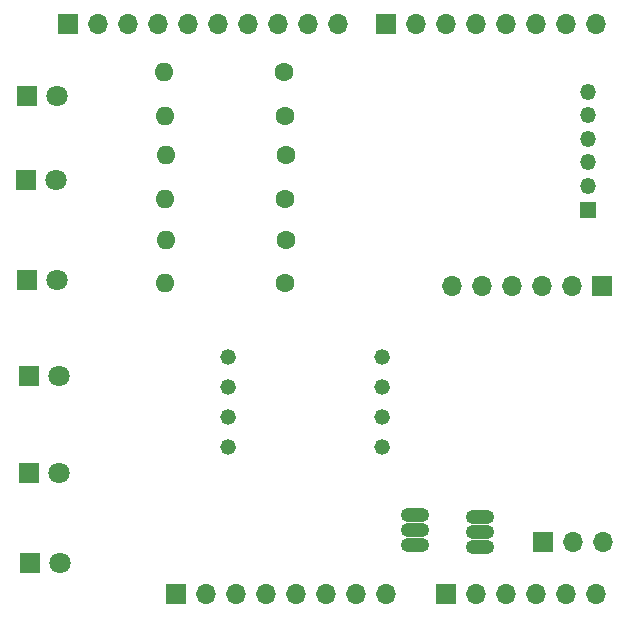
<source format=gbr>
%TF.GenerationSoftware,KiCad,Pcbnew,8.0.8*%
%TF.CreationDate,2025-03-14T01:28:21-06:00*%
%TF.ProjectId,WeatherBalloon,57656174-6865-4724-9261-6c6c6f6f6e2e,rev?*%
%TF.SameCoordinates,Original*%
%TF.FileFunction,Soldermask,Bot*%
%TF.FilePolarity,Negative*%
%FSLAX46Y46*%
G04 Gerber Fmt 4.6, Leading zero omitted, Abs format (unit mm)*
G04 Created by KiCad (PCBNEW 8.0.8) date 2025-03-14 01:28:21*
%MOMM*%
%LPD*%
G01*
G04 APERTURE LIST*
%ADD10C,1.321000*%
%ADD11R,1.700000X1.700000*%
%ADD12O,1.700000X1.700000*%
%ADD13R,1.350000X1.350000*%
%ADD14O,1.350000X1.350000*%
%ADD15R,1.800000X1.800000*%
%ADD16C,1.800000*%
%ADD17C,1.600000*%
%ADD18O,1.600000X1.600000*%
%ADD19O,2.404000X1.204000*%
G04 APERTURE END LIST*
D10*
%TO.C,J8*%
X145420500Y-84990000D03*
X145420500Y-82450000D03*
X145420500Y-79910000D03*
X145420500Y-77370000D03*
X132340500Y-77370000D03*
X132340500Y-79910000D03*
X132340500Y-82450000D03*
X132340500Y-84990000D03*
%TD*%
D11*
%TO.C,J1*%
X127940000Y-97460000D03*
D12*
X130480000Y-97460000D03*
X133020000Y-97460000D03*
X135560000Y-97460000D03*
X138100000Y-97460000D03*
X140640000Y-97460000D03*
X143180000Y-97460000D03*
X145720000Y-97460000D03*
%TD*%
D11*
%TO.C,J3*%
X150800000Y-97460000D03*
D12*
X153340000Y-97460000D03*
X155880000Y-97460000D03*
X158420000Y-97460000D03*
X160960000Y-97460000D03*
X163500000Y-97460000D03*
%TD*%
D11*
%TO.C,J2*%
X118796000Y-49200000D03*
D12*
X121336000Y-49200000D03*
X123876000Y-49200000D03*
X126416000Y-49200000D03*
X128956000Y-49200000D03*
X131496000Y-49200000D03*
X134036000Y-49200000D03*
X136576000Y-49200000D03*
X139116000Y-49200000D03*
X141656000Y-49200000D03*
%TD*%
D11*
%TO.C,J4*%
X145720000Y-49200000D03*
D12*
X148260000Y-49200000D03*
X150800000Y-49200000D03*
X153340000Y-49200000D03*
X155880000Y-49200000D03*
X158420000Y-49200000D03*
X160960000Y-49200000D03*
X163500000Y-49200000D03*
%TD*%
D11*
%TO.C,J9*%
X164040000Y-71360000D03*
D12*
X161500000Y-71360000D03*
X158960000Y-71360000D03*
X156420000Y-71360000D03*
X153880000Y-71360000D03*
X151340000Y-71360000D03*
%TD*%
D13*
%TO.C,J10*%
X162870000Y-64900000D03*
D14*
X162870000Y-62900000D03*
X162870000Y-60900000D03*
X162870000Y-58900000D03*
X162870000Y-56900000D03*
X162870000Y-54900000D03*
%TD*%
D15*
%TO.C,D6*%
X115355000Y-55290000D03*
D16*
X117895000Y-55290000D03*
%TD*%
D17*
%TO.C,R1*%
X137230000Y-71140000D03*
D18*
X127070000Y-71140000D03*
%TD*%
D15*
%TO.C,D1*%
X115625000Y-94790000D03*
D16*
X118165000Y-94790000D03*
%TD*%
D17*
%TO.C,R6*%
X137100000Y-53230000D03*
D18*
X126940000Y-53230000D03*
%TD*%
%TO.C,R4*%
X127150000Y-60300000D03*
D17*
X137310000Y-60300000D03*
%TD*%
D15*
%TO.C,D2*%
X115545000Y-87180000D03*
D16*
X118085000Y-87180000D03*
%TD*%
D17*
%TO.C,R3*%
X137230000Y-64020000D03*
D18*
X127070000Y-64020000D03*
%TD*%
D19*
%TO.C,J6*%
X153720000Y-90930000D03*
X153720000Y-92200000D03*
X153720000Y-93470000D03*
%TD*%
%TO.C,J5*%
X148220000Y-90730000D03*
X148220000Y-92000000D03*
X148220000Y-93270000D03*
%TD*%
D16*
%TO.C,D4*%
X117895000Y-70880000D03*
D15*
X115355000Y-70880000D03*
%TD*%
D18*
%TO.C,R2*%
X127150000Y-67500000D03*
D17*
X137310000Y-67500000D03*
%TD*%
D11*
%TO.C,J7*%
X159000000Y-93000000D03*
D12*
X161540000Y-93000000D03*
X164080000Y-93000000D03*
%TD*%
D17*
%TO.C,R5*%
X137230000Y-56980000D03*
D18*
X127070000Y-56980000D03*
%TD*%
D15*
%TO.C,D5*%
X115225000Y-62350000D03*
D16*
X117765000Y-62350000D03*
%TD*%
%TO.C,D3*%
X118035000Y-79010000D03*
D15*
X115495000Y-79010000D03*
%TD*%
M02*

</source>
